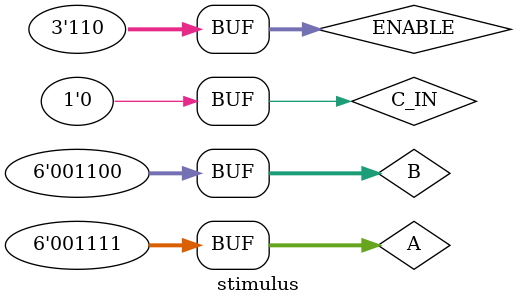
<source format=v>

module fulladd(sum, c_out, a, b, c_in);
	output sum, c_out;
	input a, b, c_in;
	wire s1, c1, c2;
	xor(s1, a, b);
	and(c1, a, b);
	xor(sum, s1, c_in);
	and(c2, s1, c_in);
	or(c_out, c2, c1);
endmodule

module fulladd6(sum, c_out, a, b, c_in);
	output[5:0] sum;
	output c_out;
	input[5:0] a, b;
	input c_in;
	wire c0, c1, c2, c3, c4, c5;
	fulladd fa0(sum[0], c1, a[0], b[0], c_in);
	fulladd fa1(sum[1], c2, a[1], b[1], c1);
	fulladd fa2(sum[2], c3, a[2], b[2], c2);
	fulladd fa3(sum[3], c4, a[3], b[3], c3);
	fulladd fa4(sum[4], c5, a[4], b[4], c4);
	fulladd fa5(sum[5], c_out, a[5], b[5], c5);
endmodule

module mux(out, i0, i1, i2, i3, i4, i5, i6, s2, s1, s0);
	output out;
	input i0, i1, i2, i3, i4, i5, i6;
	input s2, s1, s0;
	wire s2n, s1n, s0n;
	wire c0, c1, c2, c3, c4, c5, c6;
	not(s2n, s2);
	not(s1n, s1);
	not(s0n, s0);
	and(c0, i0, s2n, s1n, s0n);
	and(c1, i1, s2n, s1n, s0);
	and(c2, i2, s2n, s1, s0n);
	and(c3, i3, s2n, s1, s0);
	and(c4, i4, s2, s1n, s0n);
	and(c5, i5, s2, s1n, s0);
	and(c6, i6, s2, s1, s0n);
	or(out, c0, c1, c2, c3, c4, c5, c6);
endmodule

module stimulus;
	reg [5:0] A, B;
	reg C_IN;
	wire[5:0] SUM;
	wire C_OUT;
	fulladd6 FA(SUM, C_OUT, A, B, C_IN);
	
	wire OUT;
	reg [2:0] ENABLE;
	mux MYMUX(OUT, SUM[0], SUM[1], SUM[2], SUM[3], SUM[4],SUM[5], C_OUT, ENABLE[2], ENABLE[1], ENABLE[0]);
	initial
		begin
		$monitor($time, "A=%b, B=%b, C_IN=%b, ---, C_OUT=%b, SUM = %b\n, ENABLE = %b, OUT = %b\n", A, B, C_IN, C_OUT, SUM, ENABLE, OUT);
		end
	initial
		begin
			#0 A=6'd15; B=6'd12; C_IN = 1'b0; ENABLE = 3'b000;
			#5 A=6'd15; B=6'd12; C_IN = 1'b0; ENABLE = 3'b001;
			#5 A=6'd15; B=6'd12; C_IN = 1'b0; ENABLE = 3'b010;
			#5 A=6'd15; B=6'd12; C_IN = 1'b0; ENABLE = 3'b011;
			#5 A=6'd15; B=6'd12; C_IN = 1'b0; ENABLE = 3'b100;
			#5 A=6'd15; B=6'd12; C_IN = 1'b0; ENABLE = 3'b101;
			#5 A=6'd15; B=6'd12; C_IN = 1'b0; ENABLE = 3'b110;
		end
endmodule

</source>
